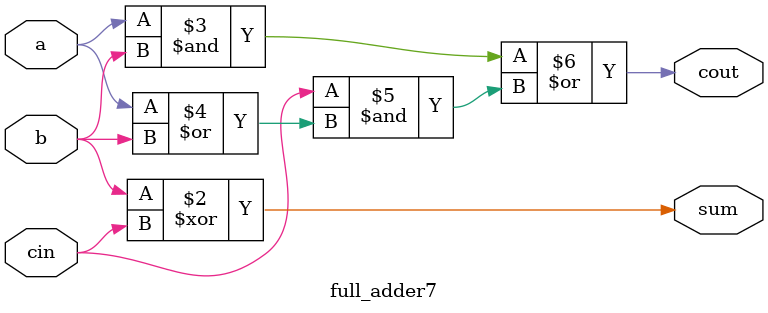
<source format=v>
module full_adder7(a,b,cin,sum,cout);
input a,b,cin;
output sum,cout;
assign sum = 1'b0^b^cin;
assign cout = a&b|cin&(a|b); 
// initial begin
//     $display("The incorrect adder with xor0 having in1/0");
// end   
endmodule

</source>
